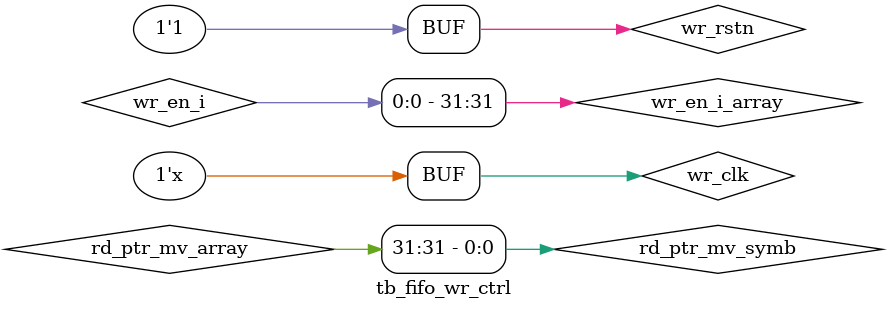
<source format=v>
`timescale 1ns/1ps
`define HALF_CLK_PERIOD 5

module tb_fifo_wr_ctrl;

    localparam                          FIFO_ADDR_WD    =   3   ;

    reg                                 wr_clk          ;
    reg                                 wr_rstn         ;
    wire                                wr_en_i         ;
    wire                                wr_full_o       ;
    wire   [FIFO_ADDR_WD    -1:0]       wr_ptr_o        ;   // write address
    reg    [FIFO_ADDR_WD    -1:0]       rd_ptr_sync_i   ;   // read address (sync)

    reg    [32              -1:0]       wr_en_i_array   = 32'b00101010101010101010101010101010;
    // reg    [32              -1:0]       wr_en_i_array   = 32'b00111111111111111111111111111111;
    reg    [32              -1:0]       rd_ptr_mv_array = 32'b00000010010010000010000010000000;
    wire                                rd_ptr_mv_symb  ;   // if it is 1'b1, move the read address

   fifo_wr_ctrl #(.FIFO_ADDR_WD(FIFO_ADDR_WD)) fifo_wr_ctrl(
        .wr_clk         (   wr_clk          ),
        .wr_rstn        (   wr_rstn         ),
        .wr_en_i        (   wr_en_i         ),
        .wr_full_o      (   wr_full_o       ),
        .wr_ptr_o       (   wr_ptr_o        ),
        .rd_ptr_sync_i  (   rd_ptr_sync_i   )
    );

    assign  wr_en_i         = wr_en_i_array     [32 -1] ;
    assign  rd_ptr_mv_symb  = rd_ptr_mv_array   [32 -1] ;

    // wr_clk
    initial begin
        wr_clk          =   1'b0    ;
    end

    always # (`HALF_CLK_PERIOD) wr_clk = ~ wr_clk;

    // wr_rstn
    initial begin
        wr_rstn         =   1'b0    ;
        # (2.7 * `HALF_CLK_PERIOD);
        wr_rstn         =   1'b1    ;
    end

    // rd_ptr_sync_i
    initial begin
        rd_ptr_sync_i   =   3'b000  ;
    end
    // change the rd_ptr_sync_i signal
    always@(posedge wr_clk) begin
        if(wr_rstn) begin
            if(rd_ptr_mv_symb) begin
                case(rd_ptr_sync_i)
                    3'b000:     rd_ptr_sync_i <= 3'b001;
                    3'b001:     rd_ptr_sync_i <= 3'b011;
                    3'b011:     rd_ptr_sync_i <= 3'b010;
                    3'b010:     rd_ptr_sync_i <= 3'b110;
                    3'b110:     rd_ptr_sync_i <= 3'b111;
                    3'b111:     rd_ptr_sync_i <= 3'b101;
                    3'b101:     rd_ptr_sync_i <= 3'b100;
                    3'b100:     rd_ptr_sync_i <= 3'b000;
                endcase
            end
        end
    end

    // change the wr_en_i & rd_ptr_mv_array
    always@(posedge wr_clk) begin
        if(wr_rstn) begin
            wr_en_i_array   = wr_en_i_array     << 1;
            rd_ptr_mv_array = rd_ptr_mv_array   << 1;
        end
    end

endmodule
</source>
